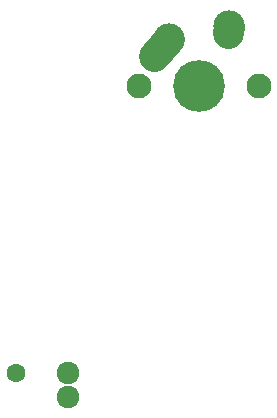
<source format=gbs>
G04 #@! TF.FileFunction,Soldermask,Bot*
%FSLAX46Y46*%
G04 Gerber Fmt 4.6, Leading zero omitted, Abs format (unit mm)*
G04 Created by KiCad (PCBNEW 4.0.6) date 2018 March 28, Wednesday 01:43:25*
%MOMM*%
%LPD*%
G01*
G04 APERTURE LIST*
%ADD10C,0.100000*%
%ADD11C,2.650000*%
%ADD12C,2.650000*%
%ADD13C,4.387800*%
%ADD14C,2.101800*%
%ADD15C,1.606500*%
%ADD16C,1.924000*%
G04 APERTURE END LIST*
D10*
D11*
X104650000Y-35530000D02*
X104690000Y-34950000D01*
D12*
X104690000Y-34950000D03*
D11*
X98340000Y-37490000D02*
X99650000Y-36030000D01*
D13*
X102150000Y-40030000D03*
D12*
X99650000Y-36030000D03*
D14*
X97070000Y-40030000D03*
X107230000Y-40030000D03*
D15*
X86698180Y-64351780D03*
D16*
X91100000Y-64350000D03*
X91100000Y-66350000D03*
M02*

</source>
